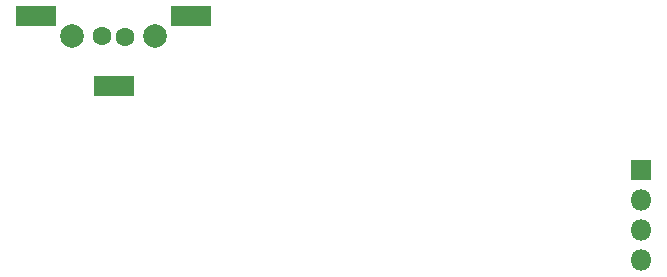
<source format=gbr>
%TF.GenerationSoftware,KiCad,Pcbnew,(5.1.6)-1*%
%TF.CreationDate,2020-09-27T13:04:45-07:00*%
%TF.ProjectId,SJ-202-USB-Jumper,534a2d32-3032-42d5-9553-422d4a756d70,rev?*%
%TF.SameCoordinates,Original*%
%TF.FileFunction,Soldermask,Top*%
%TF.FilePolarity,Negative*%
%FSLAX46Y46*%
G04 Gerber Fmt 4.6, Leading zero omitted, Abs format (unit mm)*
G04 Created by KiCad (PCBNEW (5.1.6)-1) date 2020-09-27 13:04:45*
%MOMM*%
%LPD*%
G01*
G04 APERTURE LIST*
%ADD10O,1.800000X1.800000*%
%ADD11R,1.800000X1.800000*%
%ADD12R,3.400000X1.700000*%
%ADD13C,2.000000*%
%ADD14C,1.600000*%
G04 APERTURE END LIST*
D10*
%TO.C,J4*%
X74300000Y-74920000D03*
X74300000Y-72380000D03*
X74300000Y-69840000D03*
D11*
X74300000Y-67300000D03*
%TD*%
D12*
%TO.C,J1*%
X29650000Y-60205500D03*
D13*
X26150000Y-56010000D03*
D14*
X28650000Y-56000000D03*
X30650000Y-56025000D03*
D13*
X33150000Y-56010000D03*
D12*
X23080000Y-54300000D03*
X36220000Y-54300000D03*
%TD*%
M02*

</source>
